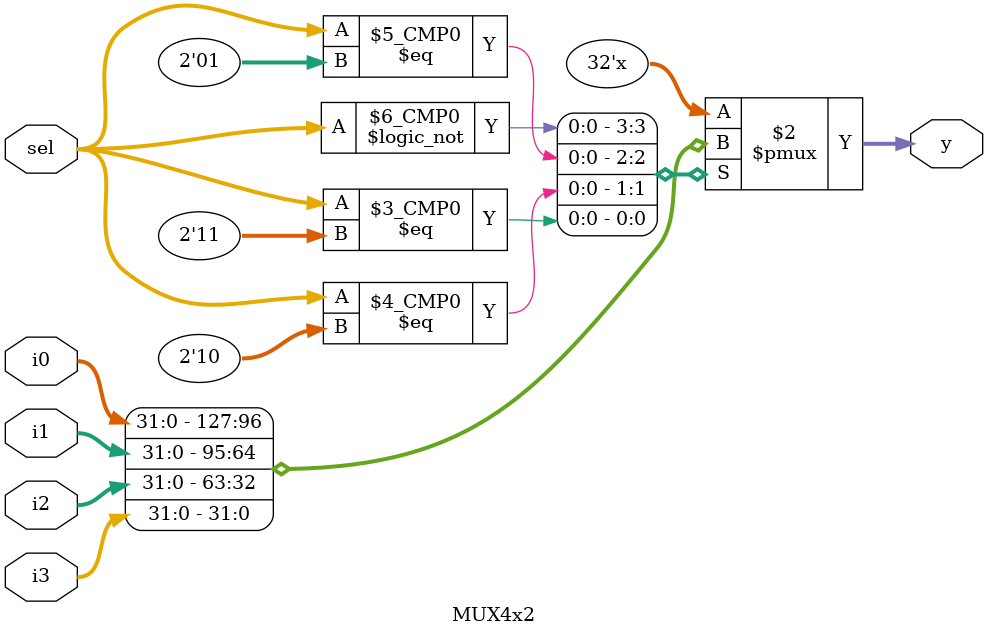
<source format=v>
`timescale 1ns / 1ps

module MUX4x2(
    input [31:0] i0,i1,i2,i3,
    input [1:0] sel,
    
    output reg [31:0] y
    );
    
    always @(*)
        case(sel)
            2'b00: y = i0;
            2'b01: y = i1;
            2'b10: y = i2;
            2'b11: y = i3;
            default: y = i0;
        endcase
            
endmodule

</source>
